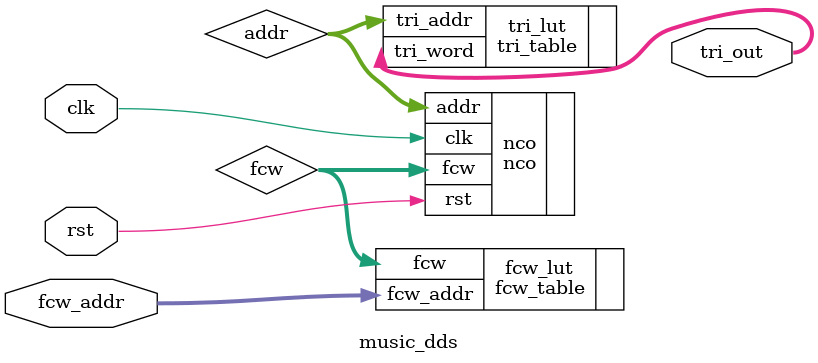
<source format=v>
/*************************************************************************
 * Module name:		music_dds
 * Input arg(s):	Clock, reset, input note
 * Output arg(s):	Single triangle waveform output
 * Description:		Top-level module for a digital direct synthesizer
 *************************************************************************/
`timescale 1ns / 1ps
module music_dds(
	// port declarations
    input clk, rst,
    input [6:0] fcw_addr,
    output [15:0] tri_out
    );
    
	// internal signal declarations
    wire [23:0] fcw;
    wire [11:0] addr;

    // frequency control word ROM instantiation
    fcw_table fcw_lut(.fcw_addr(fcw_addr), .fcw(fcw));
    
    // numerically-controlled oscillator instantiation
    nco nco(.clk(clk), .rst(rst), .fcw(fcw), .addr(addr));
   
    // triangle values values ROM instantiation
    tri_table tri_lut(
        .tri_addr(addr), .tri_word(tri_out));

endmodule

</source>
